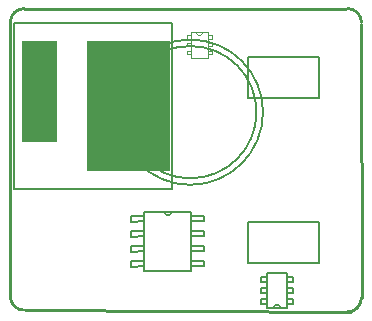
<source format=gm1>
G04*
G04 #@! TF.GenerationSoftware,Altium Limited,Altium Designer,18.0.9 (584)*
G04*
G04 Layer_Color=16711935*
%FSLAX25Y25*%
%MOIN*%
G70*
G01*
G75*
%ADD11C,0.00500*%
%ADD12C,0.00600*%
%ADD14C,0.01000*%
%ADD65C,0.00000*%
G36*
X103378Y156165D02*
Y189654D01*
X115165D01*
Y156165D01*
X103378D01*
D02*
G37*
G36*
X125031Y146291D02*
Y189654D01*
X152657D01*
Y146291D01*
X125031D01*
D02*
G37*
D11*
X183713Y166000D02*
G03*
X183713Y166000I-24213J0D01*
G01*
X181547D02*
G03*
X181547Y166000I-22047J0D01*
G01*
X202442Y170690D02*
Y184470D01*
X178820D02*
X202442D01*
X178820Y170690D02*
Y184470D01*
Y170690D02*
X202442D01*
X178689Y115610D02*
Y129390D01*
Y115610D02*
X202311D01*
Y129390D01*
X178689D02*
X202311D01*
X153378Y140441D02*
Y195559D01*
X100622D02*
X153378D01*
X100622Y140441D02*
Y195559D01*
Y140441D02*
X153378D01*
D12*
X189600Y100600D02*
G03*
X187200Y100600I-1200J0D01*
G01*
X150800Y132808D02*
G03*
X153200Y132892I1200J42D01*
G01*
X191600Y100600D02*
Y112400D01*
X189600Y100600D02*
X191600D01*
X187200D02*
X189600D01*
X185200D02*
X187200D01*
X185200D02*
Y112400D01*
X191600D01*
X183000Y101900D02*
X185200D01*
X183000D02*
Y103700D01*
X185200D01*
Y101900D02*
Y103700D01*
X183000Y105600D02*
X185200D01*
X183000D02*
Y107400D01*
X185200D01*
Y105600D02*
Y107400D01*
X183000Y109300D02*
X185200D01*
X183000D02*
Y111100D01*
X185200D01*
Y109300D02*
Y111100D01*
X191600D02*
X193800D01*
Y109300D02*
Y111100D01*
X191600Y109300D02*
X193800D01*
X191600D02*
Y111100D01*
Y107400D02*
X193800D01*
Y105600D02*
Y107400D01*
X191600Y105600D02*
X193800D01*
X191600D02*
Y107400D01*
Y103700D02*
X193800D01*
Y101900D02*
Y103700D01*
X191600Y101900D02*
X193800D01*
X191600D02*
Y103700D01*
X144200Y129600D02*
Y131400D01*
X139800D02*
X144200D01*
X139800Y129500D02*
Y131400D01*
Y129500D02*
X144200Y129600D01*
Y124600D02*
Y126400D01*
X139800D02*
X144200D01*
X139800Y124500D02*
Y126400D01*
Y124500D02*
X144200Y124600D01*
Y119600D02*
Y121400D01*
X139800D02*
X144200D01*
X139800Y119500D02*
Y121400D01*
Y119500D02*
X144200Y119600D01*
Y114600D02*
Y116400D01*
X139800D02*
X144200D01*
X139800Y114500D02*
Y116400D01*
Y114500D02*
X144200Y114600D01*
X159800D02*
Y116400D01*
Y114600D02*
X164200D01*
Y116500D01*
X159800Y116400D02*
X164200Y116500D01*
X159800Y119600D02*
Y121400D01*
Y119600D02*
X164200D01*
Y121500D01*
X159800Y121400D02*
X164200Y121500D01*
X159800Y124600D02*
Y126400D01*
Y124600D02*
X164200D01*
Y126500D01*
X159800Y126400D02*
X164200Y126500D01*
X159800Y129600D02*
Y131400D01*
Y129600D02*
X164200D01*
Y131500D01*
X159800Y131400D02*
X164200Y131500D01*
X144200Y113200D02*
X159800D01*
Y132800D01*
X150800D02*
X159800D01*
X144200D02*
X150800D01*
X144200Y113200D02*
Y132800D01*
D14*
X216500Y196000D02*
G03*
X212000Y200500I-4500J0D01*
G01*
X211941Y99441D02*
G03*
X216500Y104000I0J4559D01*
G01*
X99500Y104500D02*
G03*
X104000Y100000I4500J0D01*
G01*
Y200500D02*
G03*
X99500Y196000I0J-4500D01*
G01*
X104000Y200500D02*
X211500D01*
X104500Y100000D02*
X213000Y99500D01*
X216500Y195500D02*
X216559Y104059D01*
X99500Y104500D02*
Y196000D01*
D65*
X161350Y192790D02*
G03*
X163750Y192790I1200J0D01*
G01*
X159850Y184190D02*
X165250D01*
Y185390D01*
Y186490D01*
Y187890D01*
Y189090D01*
Y190490D01*
Y191590D01*
Y192790D01*
X163750D02*
X165250D01*
X161350D02*
X163750D01*
X159850D02*
X161350D01*
X159850Y191590D02*
Y192790D01*
Y190490D02*
Y191590D01*
Y189090D02*
Y190490D01*
Y187890D02*
Y189090D01*
Y186490D02*
Y187890D01*
Y185390D02*
Y186490D01*
Y184190D02*
Y185390D01*
X158250Y191590D02*
X159850D01*
X158250Y190490D02*
Y191590D01*
Y190490D02*
X159850D01*
X158250Y189090D02*
X159850D01*
X158250Y187890D02*
Y189090D01*
Y187890D02*
X159850D01*
X158250Y186490D02*
X159850D01*
X158250Y185390D02*
Y186490D01*
Y185390D02*
X159850D01*
X165250D02*
X166850D01*
Y186490D01*
X165250D02*
X166850D01*
X165250Y187890D02*
X166850D01*
Y189090D01*
X165250D02*
X166850D01*
X165250Y190490D02*
X166850D01*
Y191590D01*
X165250D02*
X166850D01*
M02*

</source>
